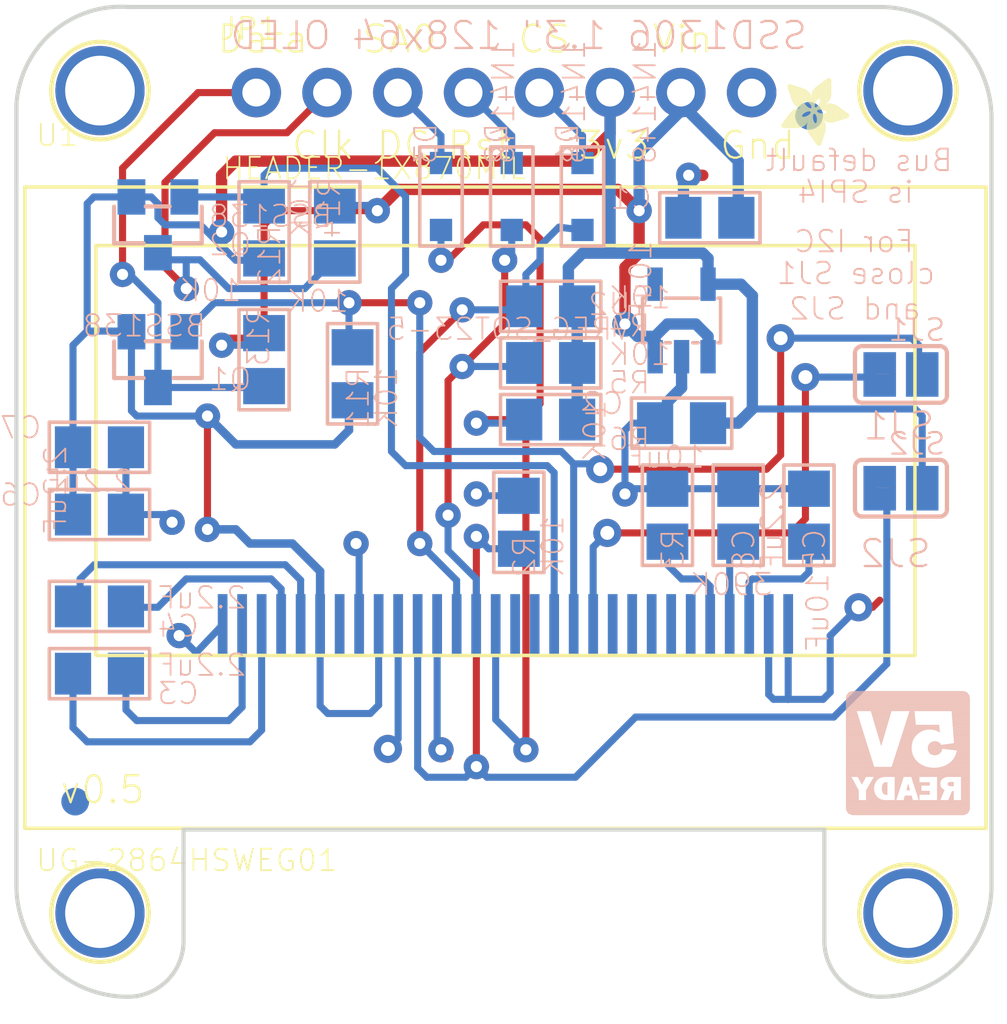
<source format=kicad_pcb>
(kicad_pcb (version 20171130) (host pcbnew "(5.0.0-rc2-dev-444-g2974a2c10)")
  (layers (0 Top signal) (31 Bottom signal) (34 B.Paste user) (35 F.Paste user) (36 B.SilkS user) (37 F.SilkS user) (38 B.Mask user) (39 F.Mask user) (44 Edge.Cuts user))
  (net 0 "")
  (net 1 GND)
  (net 2 VIN)
  (net 3 3.3V)
  (net 4 "Net-(C5-Pad2)")
  (net 5 "Net-(C8-Pad2)")
  (net 6 "Net-(R3-Pad2)")
  (net 7 "Net-(U1-Pad25)")
  (net 8 "Net-(U1-Pad24)")
  (net 9 "Net-(U1-Pad23)")
  (net 10 "Net-(U1-Pad22)")
  (net 11 "Net-(U1-Pad21)")
  (net 12 "Net-(SJ1-Pad2)")
  (net 13 /D1/MOSI/SDA1_3.3V)
  (net 14 /D0/SCLK/SCK_3.3V)
  (net 15 "Net-(U1-Pad17)")
  (net 16 "Net-(U1-Pad16)")
  (net 17 /DC/SA0_3.3V)
  (net 18 /RST_3.3V)
  (net 19 /CS_3.3V)
  (net 20 "Net-(R2-Pad2)")
  (net 21 "Net-(U1-Pad7)")
  (net 22 "Net-(C4-Pad1)")
  (net 23 "Net-(C4-Pad2)")
  (net 24 "Net-(C3-Pad1)")
  (net 25 "Net-(C3-Pad2)")
  (net 26 "Net-(U2-Pad4)")
  (net 27 /CS_5.0V)
  (net 28 /RST_5.0V)
  (net 29 /DC/SA0_5.0V)
  (net 30 /D1/MOSI/SDA_5.0V)
  (net 31 /D0/SCLK/SCK_5.0V)
  (module Adafruit_1.3_128x64_OLED:UG-2864HSWEG01_1.3_WRAPAROUND (layer Top) (at 148.5531 109.215762)
    (fp_text reference U1 (at -16.9 -16.9) (layer F.SilkS) (effects (font (size 0.77216 0.77216) (thickness 0.061772)) (justify left bottom)))
    (fp_text value UG-2864HSWEG01 (at -16.9 9.1) (layer F.SilkS) (effects (font (size 0.77216 0.77216) (thickness 0.061772)) (justify left bottom)))
    (pad 1 smd rect (at -10.15 0.2 90) (size 2.2 0.35) (layers Bottom B.Paste B.Mask) (net 1 GND))
    (pad 2 smd rect (at -9.45 0.2 90) (size 2.2 0.35) (layers Bottom B.Paste B.Mask) (net 25 "Net-(C3-Pad2)"))
    (pad 3 smd rect (at -8.75 0.2 90) (size 2.2 0.35) (layers Bottom B.Paste B.Mask) (net 24 "Net-(C3-Pad1)"))
    (pad 4 smd rect (at -8.05 0.2 90) (size 2.2 0.35) (layers Bottom B.Paste B.Mask) (net 23 "Net-(C4-Pad2)"))
    (pad 5 smd rect (at -7.35 0.2 90) (size 2.2 0.35) (layers Bottom B.Paste B.Mask) (net 22 "Net-(C4-Pad1)"))
    (pad 6 smd rect (at -6.65 0.2 90) (size 2.2 0.35) (layers Bottom B.Paste B.Mask) (net 3 3.3V))
    (pad 7 smd rect (at -5.95 0.2 90) (size 2.2 0.35) (layers Bottom B.Paste B.Mask) (net 21 "Net-(U1-Pad7)"))
    (pad 8 smd rect (at -5.25 0.2 90) (size 2.2 0.35) (layers Bottom B.Paste B.Mask) (net 1 GND))
    (pad 9 smd rect (at -4.55 0.2 90) (size 2.2 0.35) (layers Bottom B.Paste B.Mask) (net 3 3.3V))
    (pad 10 smd rect (at -3.85 0.2 90) (size 2.2 0.35) (layers Bottom B.Paste B.Mask) (net 1 GND))
    (pad 11 smd rect (at -3.15 0.2 90) (size 2.2 0.35) (layers Bottom B.Paste B.Mask) (net 20 "Net-(R2-Pad2)"))
    (pad 12 smd rect (at -2.45 0.2 90) (size 2.2 0.35) (layers Bottom B.Paste B.Mask) (net 1 GND))
    (pad 13 smd rect (at -1.75 0.2 90) (size 2.2 0.35) (layers Bottom B.Paste B.Mask) (net 19 /CS_3.3V))
    (pad 14 smd rect (at -1.05 0.2 90) (size 2.2 0.35) (layers Bottom B.Paste B.Mask) (net 18 /RST_3.3V))
    (pad 15 smd rect (at -0.35 0.2 90) (size 2.2 0.35) (layers Bottom B.Paste B.Mask) (net 17 /DC/SA0_3.3V))
    (pad 16 smd rect (at 0.35 0.2 90) (size 2.2 0.35) (layers Bottom B.Paste B.Mask) (net 16 "Net-(U1-Pad16)"))
    (pad 17 smd rect (at 1.05 0.2 90) (size 2.2 0.35) (layers Bottom B.Paste B.Mask) (net 15 "Net-(U1-Pad17)"))
    (pad 18 smd rect (at 1.75 0.2 90) (size 2.2 0.35) (layers Bottom B.Paste B.Mask) (net 14 /D0/SCLK/SCK_3.3V))
    (pad 19 smd rect (at 2.45 0.2 90) (size 2.2 0.35) (layers Bottom B.Paste B.Mask) (net 13 /D1/MOSI/SDA1_3.3V))
    (pad 20 smd rect (at 3.15 0.2 90) (size 2.2 0.35) (layers Bottom B.Paste B.Mask) (net 12 "Net-(SJ1-Pad2)"))
    (pad 21 smd rect (at 3.85 0.2 90) (size 2.2 0.35) (layers Bottom B.Paste B.Mask) (net 11 "Net-(U1-Pad21)"))
    (pad 22 smd rect (at 4.55 0.2 90) (size 2.2 0.35) (layers Bottom B.Paste B.Mask) (net 10 "Net-(U1-Pad22)"))
    (pad 23 smd rect (at 5.25 0.2 90) (size 2.2 0.35) (layers Bottom B.Paste B.Mask) (net 9 "Net-(U1-Pad23)"))
    (pad 24 smd rect (at 5.95 0.2 90) (size 2.2 0.35) (layers Bottom B.Paste B.Mask) (net 8 "Net-(U1-Pad24)"))
    (pad 25 smd rect (at 6.65 0.2 90) (size 2.2 0.35) (layers Bottom B.Paste B.Mask) (net 7 "Net-(U1-Pad25)"))
    (pad 26 smd rect (at 7.35 0.2 90) (size 2.2 0.35) (layers Bottom B.Paste B.Mask) (net 6 "Net-(R3-Pad2)"))
    (pad 27 smd rect (at 8.05 0.2 90) (size 2.2 0.35) (layers Bottom B.Paste B.Mask) (net 5 "Net-(C8-Pad2)"))
    (pad 28 smd rect (at 8.75 0.2 90) (size 2.2 0.35) (layers Bottom B.Paste B.Mask) (net 4 "Net-(C5-Pad2)"))
    (pad 29 smd rect (at 9.45 0.2 90) (size 2.2 0.35) (layers Bottom B.Paste B.Mask) (net 1 GND))
    (pad 30 smd rect (at 10.15 0.2 90) (size 2.2 0.35) (layers Bottom B.Paste B.Mask) (net 1 GND))
    (pad "" np_thru_hole circle (at -8 4.45) (size 0.4 0.4) (drill 0.4) (layers *.Cu))
    (pad "" np_thru_hole circle (at 8 4.45) (size 0.4 0.4) (drill 0.4) (layers *.Cu))
  )
  (module Adafruit_1.3_128x64_OLED:SOLDERJUMPER_REFLOW_NOPASTE (layer Bottom) (at 162.7511 100.437762 180)
    (fp_text reference SJ1 (at -1.651 1.143) (layer B.SilkS) (effects (font (size 0.77216 0.77216) (thickness 0.077216)) (justify left bottom mirror)))
    (fp_text value SOLDERJUMPERREFLOW_NOPASTE (at 0.4001 0) (layer B.SilkS) (effects (font (size 0.019 0.019) (thickness 0.00152)) (justify left bottom mirror)))
    (pad 2 smd rect (at 0.762 0 180) (size 1.1684 1.6002) (layers Bottom B.Mask) (net 12 "Net-(SJ1-Pad2)"))
    (pad 1 smd rect (at -0.762 0 180) (size 1.1684 1.6002) (layers Bottom B.Mask) (net 13 /D1/MOSI/SDA1_3.3V))
  )
  (module Adafruit_1.3_128x64_OLED:SOLDERJUMPER_REFLOW_NOPASTE (layer Bottom) (at 162.7511 104.517762 180)
    (fp_text reference SJ2 (at -1.651 1.143) (layer B.SilkS) (effects (font (size 0.77216 0.77216) (thickness 0.077216)) (justify left bottom mirror)))
    (fp_text value SOLDERJUMPERREFLOW_NOPASTE (at 0.4001 0) (layer B.SilkS) (effects (font (size 0.019 0.019) (thickness 0.00152)) (justify left bottom mirror)))
    (pad 2 smd rect (at 0.762 0 180) (size 1.1684 1.6002) (layers Bottom B.Mask) (net 20 "Net-(R2-Pad2)"))
    (pad 1 smd rect (at -0.762 0 180) (size 1.1684 1.6002) (layers Bottom B.Mask) (net 3 3.3V))
  )
  (module Adafruit_1.3_128x64_OLED:0805 (layer Bottom) (at 149.0351 105.739762 270)
    (fp_text reference R2 (at 2.032 0.254 90) (layer B.SilkS) (effects (font (size 0.77216 0.77216) (thickness 0.061772)) (justify right top mirror)))
    (fp_text value 10K (at 2.032 -0.762 90) (layer B.SilkS) (effects (font (size 0.77216 0.77216) (thickness 0.061772)) (justify right top mirror)))
    (pad 2 smd rect (at 0.95 0 270) (size 1.3 1.5) (layers Bottom B.Paste B.Mask) (net 20 "Net-(R2-Pad2)"))
    (pad 1 smd rect (at -0.95 0 270) (size 1.3 1.5) (layers Bottom B.Paste B.Mask) (net 1 GND))
  )
  (module Adafruit_1.3_128x64_OLED:SOT23-5 (layer Bottom) (at 154.8771 98.500762 180)
    (fp_text reference U2 (at 1.778 0.127) (layer B.SilkS) (effects (font (size 0.77216 0.77216) (thickness 0.061772)) (justify left bottom mirror)))
    (fp_text value VREG_SOT23-5 (at 1.778 -0.762) (layer B.SilkS) (effects (font (size 0.77216 0.77216) (thickness 0.061772)) (justify left bottom mirror)))
    (pad 5 smd rect (at -0.95 1.3001 180) (size 0.55 1.2) (layers Bottom B.Paste B.Mask) (net 3 3.3V))
    (pad 4 smd rect (at 0.95 1.3001 180) (size 0.55 1.2) (layers Bottom B.Paste B.Mask) (net 26 "Net-(U2-Pad4)"))
    (pad 3 smd rect (at 0.95 -1.3001 180) (size 0.55 1.2) (layers Bottom B.Paste B.Mask) (net 2 VIN))
    (pad 2 smd rect (at 0 -1.3001 180) (size 0.55 1.2) (layers Bottom B.Paste B.Mask) (net 1 GND))
    (pad 1 smd rect (at -0.95 -1.3001 180) (size 0.55 1.2) (layers Bottom B.Paste B.Mask) (net 2 VIN))
  )
  (module Adafruit_1.3_128x64_OLED:0805 (layer Bottom) (at 155.8931 94.817762 180)
    (fp_text reference C1 (at 2.032 0.254) (layer B.SilkS) (effects (font (size 0.77216 0.77216) (thickness 0.061772)) (justify left bottom mirror)))
    (fp_text value 10uF (at 2.032 -0.762 270) (layer B.SilkS) (effects (font (size 0.77216 0.77216) (thickness 0.061772)) (justify left bottom mirror)))
    (pad 2 smd rect (at 0.95 0 180) (size 1.3 1.5) (layers Bottom B.Paste B.Mask) (net 1 GND))
    (pad 1 smd rect (at -0.95 0 180) (size 1.3 1.5) (layers Bottom B.Paste B.Mask) (net 2 VIN))
  )
  (module Adafruit_1.3_128x64_OLED:0805 (layer Bottom) (at 154.8771 102.183762 180)
    (fp_text reference C2 (at 2.032 0.254) (layer B.SilkS) (effects (font (size 0.77216 0.77216) (thickness 0.061772)) (justify left bottom mirror)))
    (fp_text value 10uF (at 2.032 -0.762) (layer B.SilkS) (effects (font (size 0.77216 0.77216) (thickness 0.061772)) (justify right top mirror)))
    (pad 2 smd rect (at 0.95 0 180) (size 1.3 1.5) (layers Bottom B.Paste B.Mask) (net 1 GND))
    (pad 1 smd rect (at -0.95 0 180) (size 1.3 1.5) (layers Bottom B.Paste B.Mask) (net 3 3.3V))
  )
  (module Adafruit_1.3_128x64_OLED:SOD-323 (layer Bottom) (at 151.3211 94.055762 270)
    (fp_text reference D1 (at -1.1 1 90) (layer B.SilkS) (effects (font (size 0.77216 0.77216) (thickness 0.061772)) (justify right top mirror)))
    (fp_text value 1N4148 (at -1.1 -1.792 90) (layer B.SilkS) (effects (font (size 0.77216 0.77216) (thickness 0.061772)) (justify right top mirror)))
    (pad A smd rect (at 1.2 0 270) (size 0.8 0.8) (layers Bottom B.Paste B.Mask) (net 19 /CS_3.3V))
    (pad C smd rect (at -1.2 0 270) (size 0.8 0.8) (layers Bottom B.Paste B.Mask) (net 27 /CS_5.0V))
  )
  (module Adafruit_1.3_128x64_OLED:SOD-323 (layer Bottom) (at 148.7811 94.055762 270)
    (fp_text reference D2 (at -1.1 1 90) (layer B.SilkS) (effects (font (size 0.77216 0.77216) (thickness 0.061772)) (justify right top mirror)))
    (fp_text value 1N4148 (at -1.1 -1.792 90) (layer B.SilkS) (effects (font (size 0.77216 0.77216) (thickness 0.061772)) (justify right top mirror)))
    (pad A smd rect (at 1.2 0 270) (size 0.8 0.8) (layers Bottom B.Paste B.Mask) (net 18 /RST_3.3V))
    (pad C smd rect (at -1.2 0 270) (size 0.8 0.8) (layers Bottom B.Paste B.Mask) (net 28 /RST_5.0V))
  )
  (module Adafruit_1.3_128x64_OLED:SOD-323 (layer Bottom) (at 146.2411 94.055762 270)
    (fp_text reference D3 (at -1.1 1 90) (layer B.SilkS) (effects (font (size 0.77216 0.77216) (thickness 0.061772)) (justify right top mirror)))
    (fp_text value 1N4148 (at -1.1 -1.792 90) (layer B.SilkS) (effects (font (size 0.77216 0.77216) (thickness 0.061772)) (justify right top mirror)))
    (pad A smd rect (at 1.2 0 270) (size 0.8 0.8) (layers Bottom B.Paste B.Mask) (net 17 /DC/SA0_3.3V))
    (pad C smd rect (at -1.2 0 270) (size 0.8 0.8) (layers Bottom B.Paste B.Mask) (net 29 /DC/SA0_5.0V))
  )
  (module Adafruit_1.3_128x64_OLED:0805 (layer Bottom) (at 150.1781 97.992762)
    (fp_text reference R4 (at 2.032 0.254) (layer B.SilkS) (effects (font (size 0.77216 0.77216) (thickness 0.061772)) (justify right top mirror)))
    (fp_text value 10K (at 2.032 -0.762) (layer B.SilkS) (effects (font (size 0.77216 0.77216) (thickness 0.061772)) (justify right top mirror)))
    (pad 2 smd rect (at 0.95 0) (size 1.3 1.5) (layers Bottom B.Paste B.Mask) (net 3 3.3V))
    (pad 1 smd rect (at -0.95 0) (size 1.3 1.5) (layers Bottom B.Paste B.Mask) (net 19 /CS_3.3V))
  )
  (module Adafruit_1.3_128x64_OLED:0805 (layer Bottom) (at 150.1781 100.024762)
    (fp_text reference R5 (at 2.032 0.254) (layer B.SilkS) (effects (font (size 0.77216 0.77216) (thickness 0.061772)) (justify right top mirror)))
    (fp_text value 10K (at 2.032 -0.762) (layer B.SilkS) (effects (font (size 0.77216 0.77216) (thickness 0.061772)) (justify right top mirror)))
    (pad 2 smd rect (at 0.95 0) (size 1.3 1.5) (layers Bottom B.Paste B.Mask) (net 3 3.3V))
    (pad 1 smd rect (at -0.95 0) (size 1.3 1.5) (layers Bottom B.Paste B.Mask) (net 18 /RST_3.3V))
  )
  (module Adafruit_1.3_128x64_OLED:0805 (layer Bottom) (at 150.1781 102.056762)
    (fp_text reference R6 (at 2.032 0.254) (layer B.SilkS) (effects (font (size 0.77216 0.77216) (thickness 0.061772)) (justify right top mirror)))
    (fp_text value 10K (at 2.032 -0.762 -90) (layer B.SilkS) (effects (font (size 0.77216 0.77216) (thickness 0.061772)) (justify left bottom mirror)))
    (pad 2 smd rect (at 0.95 0) (size 1.3 1.5) (layers Bottom B.Paste B.Mask) (net 3 3.3V))
    (pad 1 smd rect (at -0.95 0) (size 1.3 1.5) (layers Bottom B.Paste B.Mask) (net 17 /DC/SA0_3.3V))
  )
  (module Adafruit_1.3_128x64_OLED:0805 (layer Bottom) (at 143.0661 100.413762 270)
    (fp_text reference R11 (at 2.032 0.254 90) (layer B.SilkS) (effects (font (size 0.77216 0.77216) (thickness 0.061772)) (justify right top mirror)))
    (fp_text value 10K (at 2.032 -0.762 90) (layer B.SilkS) (effects (font (size 0.77216 0.77216) (thickness 0.061772)) (justify right top mirror)))
    (pad 2 smd rect (at 0.95 0 270) (size 1.3 1.5) (layers Bottom B.Paste B.Mask) (net 3 3.3V))
    (pad 1 smd rect (at -0.95 0 270) (size 1.3 1.5) (layers Bottom B.Paste B.Mask) (net 13 /D1/MOSI/SDA1_3.3V))
  )
  (module Adafruit_1.3_128x64_OLED:0805 (layer Bottom) (at 139.8911 95.325762 270)
    (fp_text reference R12 (at 2.032 0.254 90) (layer B.SilkS) (effects (font (size 0.77216 0.77216) (thickness 0.061772)) (justify right top mirror)))
    (fp_text value 10K (at 2.032 -0.762 180) (layer B.SilkS) (effects (font (size 0.77216 0.77216) (thickness 0.061772)) (justify right top mirror)))
    (pad 2 smd rect (at 0.95 0 270) (size 1.3 1.5) (layers Bottom B.Paste B.Mask) (net 3 3.3V))
    (pad 1 smd rect (at -0.95 0 270) (size 1.3 1.5) (layers Bottom B.Paste B.Mask) (net 14 /D0/SCLK/SCK_3.3V))
  )
  (module Adafruit_1.3_128x64_OLED:0805 (layer Bottom) (at 139.8911 99.905762 90)
    (fp_text reference R13 (at 2.032 0.254 90) (layer B.SilkS) (effects (font (size 0.77216 0.77216) (thickness 0.061772)) (justify left bottom mirror)))
    (fp_text value 10K (at 2.032 -0.762 180) (layer B.SilkS) (effects (font (size 0.77216 0.77216) (thickness 0.061772)) (justify left bottom mirror)))
    (pad 2 smd rect (at 0.95 0 90) (size 1.3 1.5) (layers Bottom B.Paste B.Mask) (net 2 VIN))
    (pad 1 smd rect (at -0.95 0 90) (size 1.3 1.5) (layers Bottom B.Paste B.Mask) (net 30 /D1/MOSI/SDA_5.0V))
  )
  (module Adafruit_1.3_128x64_OLED:0805 (layer Bottom) (at 142.4311 95.325762 90)
    (fp_text reference R14 (at 2.032 0.254 90) (layer B.SilkS) (effects (font (size 0.77216 0.77216) (thickness 0.061772)) (justify left bottom mirror)))
    (fp_text value 10K (at 2.032 -0.762 90) (layer B.SilkS) (effects (font (size 0.77216 0.77216) (thickness 0.061772)) (justify left bottom mirror)))
    (pad 2 smd rect (at 0.95 0 90) (size 1.3 1.5) (layers Bottom B.Paste B.Mask) (net 2 VIN))
    (pad 1 smd rect (at -0.95 0 90) (size 1.3 1.5) (layers Bottom B.Paste B.Mask) (net 31 /D0/SCLK/SCK_5.0V))
  )
  (module Adafruit_1.3_128x64_OLED:SOT23-WIDE (layer Bottom) (at 136.0811 99.905762)
    (fp_text reference Q1 (at 1.778 0.254) (layer B.SilkS) (effects (font (size 0.77216 0.77216) (thickness 0.061772)) (justify right top mirror)))
    (fp_text value BSS138 (at 1.778 -0.762) (layer B.SilkS) (effects (font (size 0.77216 0.77216) (thickness 0.061772)) (justify left bottom mirror)))
    (pad 1 smd rect (at -0.95 -1) (size 1 1.27) (layers Bottom B.Paste B.Mask) (net 3 3.3V))
    (pad 2 smd rect (at 0.95 -1) (size 1 1.27) (layers Bottom B.Paste B.Mask) (net 13 /D1/MOSI/SDA1_3.3V))
    (pad 3 smd rect (at 0 1) (size 1 1.27) (layers Bottom B.Paste B.Mask) (net 30 /D1/MOSI/SDA_5.0V))
  )
  (module Adafruit_1.3_128x64_OLED:SOT23-WIDE (layer Bottom) (at 136.0811 95.071762)
    (fp_text reference Q2 (at 1.778 0.254) (layer B.SilkS) (effects (font (size 0.77216 0.77216) (thickness 0.061772)) (justify right top mirror)))
    (fp_text value BSS138 (at 1.778 -0.762) (layer B.SilkS) (effects (font (size 0.77216 0.77216) (thickness 0.061772)) (justify right top mirror)))
    (pad 1 smd rect (at -0.95 -1) (size 1 1.27) (layers Bottom B.Paste B.Mask) (net 3 3.3V))
    (pad 2 smd rect (at 0.95 -1) (size 1 1.27) (layers Bottom B.Paste B.Mask) (net 14 /D0/SCLK/SCK_3.3V))
    (pad 3 smd rect (at 0 1) (size 1 1.27) (layers Bottom B.Paste B.Mask) (net 31 /D0/SCLK/SCK_5.0V))
  )
  (module Adafruit_1.3_128x64_OLED:1X08_ROUND_70 (layer Top) (at 148.5011 90.327762)
    (fp_text reference JP1 (at -10.2362 -1.8288) (layer F.SilkS) (effects (font (size 0.77216 0.77216) (thickness 0.077216)) (justify left bottom)))
    (fp_text value HEADER-1X870MIL (at -10.16 3.175) (layer F.SilkS) (effects (font (size 0.77216 0.77216) (thickness 0.061772)) (justify left bottom)))
    (pad 8 thru_hole circle (at 8.89 0 90) (size 1.778 1.778) (drill 1) (layers *.Cu *.Mask) (net 1 GND))
    (pad 7 thru_hole circle (at 6.35 0 90) (size 1.778 1.778) (drill 1) (layers *.Cu *.Mask) (net 2 VIN))
    (pad 6 thru_hole circle (at 3.81 0 90) (size 1.778 1.778) (drill 1) (layers *.Cu *.Mask) (net 3 3.3V))
    (pad 5 thru_hole circle (at 1.27 0 90) (size 1.778 1.778) (drill 1) (layers *.Cu *.Mask) (net 27 /CS_5.0V))
    (pad 4 thru_hole circle (at -1.27 0 90) (size 1.778 1.778) (drill 1) (layers *.Cu *.Mask) (net 28 /RST_5.0V))
    (pad 3 thru_hole circle (at -3.81 0 90) (size 1.778 1.778) (drill 1) (layers *.Cu *.Mask) (net 29 /DC/SA0_5.0V))
    (pad 2 thru_hole circle (at -6.35 0 90) (size 1.778 1.778) (drill 1) (layers *.Cu *.Mask) (net 31 /D0/SCLK/SCK_5.0V))
    (pad 1 thru_hole circle (at -8.89 0 90) (size 1.778 1.778) (drill 1) (layers *.Cu *.Mask) (net 30 /D1/MOSI/SDA_5.0V))
  )
  (module Adafruit_1.3_128x64_OLED:0805 (layer Bottom) (at 154.3691 105.485762 270)
    (fp_text reference R3 (at 2.032 0.254 90) (layer B.SilkS) (effects (font (size 0.77216 0.77216) (thickness 0.061772)) (justify right top mirror)))
    (fp_text value 390K (at 2.032 -0.762 180) (layer B.SilkS) (effects (font (size 0.77216 0.77216) (thickness 0.061772)) (justify right top mirror)))
    (pad 2 smd rect (at 0.95 0 270) (size 1.3 1.5) (layers Bottom B.Paste B.Mask) (net 6 "Net-(R3-Pad2)"))
    (pad 1 smd rect (at -0.95 0 270) (size 1.3 1.5) (layers Bottom B.Paste B.Mask) (net 1 GND))
  )
  (module Adafruit_1.3_128x64_OLED:0805 (layer Bottom) (at 133.9831 111.169762)
    (fp_text reference C3 (at 2.032 0.254) (layer B.SilkS) (effects (font (size 0.77216 0.77216) (thickness 0.061772)) (justify right top mirror)))
    (fp_text value 2.2uF (at 2.032 -0.762) (layer B.SilkS) (effects (font (size 0.77216 0.77216) (thickness 0.061772)) (justify right top mirror)))
    (pad 2 smd rect (at 0.95 0) (size 1.3 1.5) (layers Bottom B.Paste B.Mask) (net 25 "Net-(C3-Pad2)"))
    (pad 1 smd rect (at -0.95 0) (size 1.3 1.5) (layers Bottom B.Paste B.Mask) (net 24 "Net-(C3-Pad1)"))
  )
  (module Adafruit_1.3_128x64_OLED:0805 (layer Bottom) (at 133.9831 108.756762)
    (fp_text reference C4 (at 2.032 0.254) (layer B.SilkS) (effects (font (size 0.77216 0.77216) (thickness 0.061772)) (justify right top mirror)))
    (fp_text value 2.2uF (at 2.032 -0.762) (layer B.SilkS) (effects (font (size 0.77216 0.77216) (thickness 0.061772)) (justify right top mirror)))
    (pad 2 smd rect (at 0.95 0) (size 1.3 1.5) (layers Bottom B.Paste B.Mask) (net 23 "Net-(C4-Pad2)"))
    (pad 1 smd rect (at -0.95 0) (size 1.3 1.5) (layers Bottom B.Paste B.Mask) (net 22 "Net-(C4-Pad1)"))
  )
  (module Adafruit_1.3_128x64_OLED:0805 (layer Bottom) (at 159.4491 105.485762 270)
    (fp_text reference C5 (at 2.032 0.254 90) (layer B.SilkS) (effects (font (size 0.77216 0.77216) (thickness 0.061772)) (justify right top mirror)))
    (fp_text value 10uF (at 2.032 -0.762 90) (layer B.SilkS) (effects (font (size 0.77216 0.77216) (thickness 0.061772)) (justify left bottom mirror)))
    (pad 2 smd rect (at 0.95 0 270) (size 1.3 1.5) (layers Bottom B.Paste B.Mask) (net 4 "Net-(C5-Pad2)"))
    (pad 1 smd rect (at -0.95 0 270) (size 1.3 1.5) (layers Bottom B.Paste B.Mask) (net 1 GND))
  )
  (module Adafruit_1.3_128x64_OLED:0805 (layer Bottom) (at 133.9831 103.049762 180)
    (fp_text reference C7 (at 2.032 0.254) (layer B.SilkS) (effects (font (size 0.77216 0.77216) (thickness 0.061772)) (justify left bottom mirror)))
    (fp_text value 2.2uF (at 2.032 -0.762) (layer B.SilkS) (effects (font (size 0.77216 0.77216) (thickness 0.061772)) (justify right top mirror)))
    (pad 2 smd rect (at 0.95 0 180) (size 1.3 1.5) (layers Bottom B.Paste B.Mask) (net 3 3.3V))
    (pad 1 smd rect (at -0.95 0 180) (size 1.3 1.5) (layers Bottom B.Paste B.Mask) (net 1 GND))
  )
  (module Adafruit_1.3_128x64_OLED:0805 (layer Bottom) (at 156.9091 105.485762 270)
    (fp_text reference C8 (at 2.032 0.254 90) (layer B.SilkS) (effects (font (size 0.77216 0.77216) (thickness 0.061772)) (justify right top mirror)))
    (fp_text value 2.2uF (at 2.032 -0.762 90) (layer B.SilkS) (effects (font (size 0.77216 0.77216) (thickness 0.061772)) (justify right top mirror)))
    (pad 2 smd rect (at 0.95 0 270) (size 1.3 1.5) (layers Bottom B.Paste B.Mask) (net 5 "Net-(C8-Pad2)"))
    (pad 1 smd rect (at -0.95 0 270) (size 1.3 1.5) (layers Bottom B.Paste B.Mask) (net 1 GND))
  )
  (module Adafruit_1.3_128x64_OLED:0805 (layer Bottom) (at 133.9831 105.462762 180)
    (fp_text reference C6 (at 2.032 0.254) (layer B.SilkS) (effects (font (size 0.77216 0.77216) (thickness 0.061772)) (justify left bottom mirror)))
    (fp_text value 2.2uF (at 2.032 -0.762 270) (layer B.SilkS) (effects (font (size 0.77216 0.77216) (thickness 0.061772)) (justify right top mirror)))
    (pad 2 smd rect (at 0.95 0 180) (size 1.3 1.5) (layers Bottom B.Paste B.Mask) (net 3 3.3V))
    (pad 1 smd rect (at -0.95 0 180) (size 1.3 1.5) (layers Bottom B.Paste B.Mask) (net 1 GND))
  )
  (module Adafruit_1.3_128x64_OLED:FIDUCIAL_1MM (layer Bottom) (at 159.4531 91.161762 180)
    (fp_text reference FID1 hide)
    (fp_text value FIDUCIAL"" hide)
    (pad 1 smd roundrect (at 0 0 180) (size 1 1) (layers Bottom B.Mask) (roundrect_rratio 0.5))
  )
  (module Adafruit_1.3_128x64_OLED:FIDUCIAL_1MM (layer Bottom) (at 133.1121 115.757762 180)
    (fp_text reference FID2 hide)
    (fp_text value FIDUCIAL"" hide)
    (pad 1 smd roundrect (at 0 0 180) (size 1 1) (layers Bottom B.Mask) (roundrect_rratio 0.5))
  )
  (module Adafruit_1.3_128x64_OLED:MOUNTINGHOLE_2.5_PLATED (layer Top) (at 163.0011 90.257762)
    (fp_text reference U$23 hide)
    (fp_text value MOUNTINGHOLE2.5 hide)
    (pad P$1 thru_hole circle (at 0 0) (size 3.2 3.2) (drill 2.5) (layers *.Cu *.Mask))
  )
  (module Adafruit_1.3_128x64_OLED:MOUNTINGHOLE_2.5_PLATED (layer Top) (at 134.0011 119.757762)
    (fp_text reference U$24 hide)
    (fp_text value MOUNTINGHOLE2.5 hide)
    (pad P$1 thru_hole circle (at 0 0) (size 3.2 3.2) (drill 2.5) (layers *.Cu *.Mask))
  )
  (module Adafruit_1.3_128x64_OLED:MOUNTINGHOLE_2.5_PLATED (layer Top) (at 163.0011 119.757762)
    (fp_text reference U$25 hide)
    (fp_text value MOUNTINGHOLE2.5 hide)
    (pad P$1 thru_hole circle (at 0 0) (size 3.2 3.2) (drill 2.5) (layers *.Cu *.Mask))
  )
  (module Adafruit_1.3_128x64_OLED:MOUNTINGHOLE_2.5_PLATED (layer Top) (at 134.0011 90.257762)
    (fp_text reference U$26 hide)
    (fp_text value MOUNTINGHOLE2.5 hide)
    (pad P$1 thru_hole circle (at 0 0) (size 3.2 3.2) (drill 2.5) (layers *.Cu *.Mask))
  )
  (module Adafruit_1.3_128x64_OLED:ADAFRUIT_2.5MM (layer Top) (at 158.4611 89.805762 270)
    (fp_text reference U$27 hide)
    (fp_text value "" hide)
  )
  (module Adafruit_1.3_128x64_OLED:LOGIC_5VREADY_5MM (layer Bottom) (at 165.5011 116.507762 180)
    (fp_text reference U$28 hide)
    (fp_text value "" hide)
  )
  (gr_line (start 131.0011 118.757762) (end 131.0011 90.757762) (layer Edge.Cuts) (width 0.15))
  (gr_arc (start 134.7511 91.007762) (end 131.0011 90.757762) (angle 90) (layer Edge.Cuts) (width 0.15))
  (gr_line (start 135.0011 87.257762) (end 162.0011 87.257762) (layer Edge.Cuts) (width 0.15))
  (gr_arc (start 162.0011 91.257762) (end 162.0011 87.257762) (angle 90) (layer Edge.Cuts) (width 0.15))
  (gr_line (start 166.0011 91.257762) (end 166.0011 118.757762) (layer Edge.Cuts) (width 0.15))
  (gr_arc (start 162.0011 118.757762) (end 166.0011 118.757762) (angle 90) (layer Edge.Cuts) (width 0.15))
  (gr_arc (start 135.0011 118.757762) (end 135.0011 122.757762) (angle 90) (layer Edge.Cuts) (width 0.15))
  (gr_line (start 160.0011 116.757762) (end 137.0011 116.757762) (layer Edge.Cuts) (width 0.15))
  (gr_line (start 137.0011 120.757762) (end 137.0011 116.757762) (layer Edge.Cuts) (width 0.15))
  (gr_line (start 160.0011 116.757762) (end 160.0011 120.757762) (layer Edge.Cuts) (width 0.15))
  (gr_arc (start 135.0011 120.757762) (end 135.0011 122.757762) (angle -90) (layer Edge.Cuts) (width 0.15))
  (gr_arc (start 162.0011 120.757762) (end 162.0011 122.757762) (angle 90) (layer Edge.Cuts) (width 0.15))
  (gr_text Gnd (at 156.1951 92.785762) (layer F.SilkS) (effects (font (size 0.9652 0.9652) (thickness 0.08128)) (justify left bottom)))
  (gr_text Vin (at 153.7821 88.975762) (layer F.SilkS) (effects (font (size 0.9652 0.9652) (thickness 0.08128)) (justify left bottom)))
  (gr_text 3v3 (at 151.1151 92.785762) (layer F.SilkS) (effects (font (size 0.9652 0.9652) (thickness 0.08128)) (justify left bottom)))
  (gr_text CS (at 148.9561 88.975762) (layer F.SilkS) (effects (font (size 0.9652 0.9652) (thickness 0.08128)) (justify left bottom)))
  (gr_text Rst (at 146.4161 92.785762) (layer F.SilkS) (effects (font (size 0.9652 0.9652) (thickness 0.08128)) (justify left bottom)))
  (gr_text SA0 (at 143.3681 88.975762) (layer F.SilkS) (effects (font (size 0.9652 0.9652) (thickness 0.08128)) (justify left bottom)))
  (gr_text Clk (at 140.8281 92.785762) (layer F.SilkS) (effects (font (size 0.9652 0.9652) (thickness 0.08128)) (justify left bottom)))
  (gr_text Data (at 138.1611 88.975762) (layer F.SilkS) (effects (font (size 0.9652 0.9652) (thickness 0.08128)) (justify left bottom)))
  (gr_text SJ1 (at 164.0211 102.850762) (layer B.SilkS) (effects (font (size 0.9652 0.9652) (thickness 0.08128)) (justify left bottom mirror)))
  (gr_text SJ2 (at 163.8941 107.430762) (layer B.SilkS) (effects (font (size 0.9652 0.9652) (thickness 0.08128)) (justify left bottom mirror)))
  (gr_text "SSD1306 1.3\" 128x64 OLED" (at 159.4491 88.848762) (layer B.SilkS) (effects (font (size 0.9652 0.9652) (thickness 0.08128)) (justify left bottom mirror)))
  (gr_text "Bus default" (at 164.6561 93.206762) (layer B.SilkS) (effects (font (size 0.77216 0.77216) (thickness 0.065024)) (justify left bottom mirror)))
  (gr_text "is SPI4" (at 163.2591 94.349762) (layer B.SilkS) (effects (font (size 0.77216 0.77216) (thickness 0.065024)) (justify left bottom mirror)))
  (gr_text "For I2C" (at 163.2591 96.119762) (layer B.SilkS) (effects (font (size 0.77216 0.77216) (thickness 0.065024)) (justify left bottom mirror)))
  (gr_text "close SJ1" (at 164.0211 97.262762) (layer B.SilkS) (effects (font (size 0.77216 0.77216) (thickness 0.065024)) (justify left bottom mirror)))
  (gr_text v0.5 (at 132.5251 115.899762) (layer F.SilkS) (effects (font (size 0.9652 0.9652) (thickness 0.08128)) (justify left bottom)))
  (gr_text "and SJ2" (at 163.5131 98.532762) (layer B.SilkS) (effects (font (size 0.77216 0.77216) (thickness 0.065024)) (justify left bottom mirror)))
  (gr_text DC (at 143.8761 92.785762) (layer F.SilkS) (effects (font (size 0.9652 0.9652) (thickness 0.08128)) (justify left bottom)))
  (segment (start 144.9711 103.707762) (end 144.4631 103.199762) (width 0.254) (layer Bottom) (net 14))
  (segment (start 143.9551 93.039762) (end 140.1451 93.039762) (width 0.254) (layer Bottom) (net 14))
  (segment (start 140.1451 93.039762) (end 139.8911 93.293762) (width 0.254) (layer Bottom) (net 14))
  (segment (start 139.8911 93.293762) (end 139.8911 94.375762) (width 0.254) (layer Bottom) (net 14))
  (segment (start 150.3031 109.415762) (end 150.3031 103.959762) (width 0.254) (layer Bottom) (net 14))
  (segment (start 150.3031 103.959762) (end 150.0511 103.707762) (width 0.254) (layer Bottom) (net 14))
  (segment (start 150.0511 103.707762) (end 144.9711 103.707762) (width 0.254) (layer Bottom) (net 14))
  (segment (start 139.8911 94.375762) (end 139.8411 94.325762) (width 0.254) (layer Bottom) (net 14))
  (segment (start 139.5871 94.071762) (end 137.0311 94.071762) (width 0.254) (layer Bottom) (net 14))
  (segment (start 139.8911 94.375762) (end 139.5871 94.071762) (width 0.254) (layer Bottom) (net 14))
  (segment (start 144.9711 94.055762) (end 143.9551 93.039762) (width 0.254) (layer Bottom) (net 14))
  (segment (start 144.9711 96.849762) (end 144.9711 94.055762) (width 0.254) (layer Bottom) (net 14))
  (segment (start 144.4631 97.357762) (end 144.9711 96.849762) (width 0.254) (layer Bottom) (net 14))
  (segment (start 144.4631 103.199762) (end 144.4631 97.357762) (width 0.254) (layer Bottom) (net 14))
  (segment (start 151.0031 103.643762) (end 151.0031 109.415762) (width 0.254) (layer Bottom) (net 13))
  (segment (start 150.5591 103.199762) (end 151.0031 103.643762) (width 0.254) (layer Bottom) (net 13))
  (segment (start 145.9871 103.199762) (end 150.5591 103.199762) (width 0.254) (layer Bottom) (net 13))
  (segment (start 145.4791 102.691762) (end 145.9871 103.199762) (width 0.254) (layer Bottom) (net 13))
  (segment (start 145.4791 97.865762) (end 145.4791 102.691762) (width 0.254) (layer Bottom) (net 13))
  (segment (start 142.9391 97.865762) (end 145.4791 97.865762) (width 0.254) (layer Top) (net 13))
  (segment (start 142.9391 97.865762) (end 142.9391 98.828762) (width 0.254) (layer Bottom) (net 13))
  (segment (start 142.9391 98.828762) (end 143.0661 99.463762) (width 0.254) (layer Bottom) (net 13))
  (segment (start 137.0311 98.905762) (end 137.0731 98.905762) (width 0.254) (layer Bottom) (net 13))
  (segment (start 137.0731 98.905762) (end 138.1131 97.865762) (width 0.254) (layer Bottom) (net 13))
  (segment (start 138.1131 97.865762) (end 142.9391 97.865762) (width 0.254) (layer Bottom) (net 13))
  (segment (start 151.0031 103.643762) (end 151.7651 103.643762) (width 0.254) (layer Bottom) (net 13))
  (segment (start 151.7651 103.643762) (end 151.9561 103.834762) (width 0.254) (layer Bottom) (net 13))
  (segment (start 151.9561 103.834762) (end 157.9251 103.834762) (width 0.254) (layer Top) (net 13))
  (segment (start 157.9251 103.834762) (end 158.4331 103.326762) (width 0.254) (layer Top) (net 13))
  (segment (start 158.4331 103.326762) (end 158.4331 99.135762) (width 0.254) (layer Top) (net 13))
  (segment (start 158.4331 99.135762) (end 163.1321 99.135762) (width 0.254) (layer Bottom) (net 13))
  (segment (start 163.1321 99.135762) (end 163.3861 99.389762) (width 0.254) (layer Bottom) (net 13))
  (segment (start 163.3861 99.389762) (end 163.3861 100.310762) (width 0.254) (layer Bottom) (net 13))
  (segment (start 163.3861 100.310762) (end 163.5131 100.437762) (width 0.254) (layer Bottom) (net 13))
  (via (at 145.4791 97.865762) (size 0.908) (drill 0.4) (layers Top Bottom) (net 13))
  (via (at 142.9391 97.865762) (size 0.908) (drill 0.4) (layers Top Bottom) (net 13))
  (via (at 151.9561 103.834762) (size 1.008) (drill 0.5) (layers Top Bottom) (net 13))
  (via (at 158.4331 99.135762) (size 1.008) (drill 0.5) (layers Top Bottom) (net 13))
  (segment (start 136.8431 109.803762) (end 136.8431 110.057762) (width 0.254) (layer Top) (net 1))
  (segment (start 143.3031 109.415762) (end 143.3031 106.611762) (width 0.254) (layer Bottom) (net 1))
  (segment (start 143.3031 106.611762) (end 143.1931 106.501762) (width 0.254) (layer Bottom) (net 1))
  (segment (start 143.1931 106.501762) (end 143.1931 106.247762) (width 0.254) (layer Top) (net 1))
  (segment (start 134.9331 105.462762) (end 134.9331 103.049762) (width 0.254) (layer Bottom) (net 1))
  (segment (start 134.9331 105.462762) (end 136.3121 105.462762) (width 0.254) (layer Bottom) (net 1))
  (segment (start 136.3121 105.462762) (end 136.5891 105.739762) (width 0.254) (layer Bottom) (net 1))
  (segment (start 136.5891 105.739762) (end 136.8431 105.739762) (width 0.254) (layer Top) (net 1))
  (segment (start 154.3691 104.535762) (end 156.9091 104.535762) (width 0.254) (layer Bottom) (net 1))
  (segment (start 156.9091 104.535762) (end 159.4491 104.535762) (width 0.254) (layer Bottom) (net 1))
  (segment (start 153.0381 104.535762) (end 154.3691 104.535762) (width 0.254) (layer Bottom) (net 1))
  (segment (start 152.8451 104.723762) (end 153.0381 104.535762) (width 0.254) (layer Bottom) (net 1))
  (segment (start 152.8451 104.723762) (end 152.8451 104.469762) (width 0.254) (layer Top) (net 1))
  (segment (start 153.0991 102.183762) (end 153.9271 102.183762) (width 0.254) (layer Bottom) (net 1))
  (segment (start 152.8451 102.437762) (end 153.0991 102.183762) (width 0.254) (layer Bottom) (net 1))
  (segment (start 152.8451 104.723762) (end 152.8451 102.437762) (width 0.254) (layer Bottom) (net 1))
  (segment (start 147.5771 104.789762) (end 149.0351 104.789762) (width 0.254) (layer Bottom) (net 1))
  (segment (start 147.5111 104.723762) (end 147.5771 104.789762) (width 0.254) (layer Bottom) (net 1))
  (segment (start 147.5111 104.723762) (end 147.5111 104.469762) (width 0.254) (layer Top) (net 1))
  (segment (start 154.8771 100.913762) (end 154.8771 99.800862) (width 0.4064) (layer Bottom) (net 1))
  (segment (start 154.3691 101.421762) (end 154.8771 100.913762) (width 0.4064) (layer Bottom) (net 1))
  (segment (start 154.3691 101.741762) (end 154.3691 101.421762) (width 0.4064) (layer Bottom) (net 1))
  (segment (start 153.9271 102.183762) (end 154.3691 101.741762) (width 0.4064) (layer Bottom) (net 1))
  (segment (start 154.9431 94.817762) (end 154.9431 93.481762) (width 0.4064) (layer Bottom) (net 1))
  (segment (start 154.9431 93.481762) (end 155.1311 93.293762) (width 0.4064) (layer Bottom) (net 1))
  (segment (start 155.1311 93.293762) (end 155.6391 93.293762) (width 0.4064) (layer Top) (net 1))
  (segment (start 146.1031 113.759762) (end 146.1031 109.415762) (width 0.254) (layer Bottom) (net 1))
  (segment (start 146.1031 113.759762) (end 146.2411 113.897762) (width 0.254) (layer Bottom) (net 1))
  (segment (start 146.2411 113.897762) (end 146.4951 114.151762) (width 0.254) (layer Top) (net 1))
  (segment (start 138.4031 109.415762) (end 137.4551 110.415762) (width 0.254) (layer Bottom) (net 1))
  (segment (start 137.4551 110.415762) (end 136.8431 109.803762) (width 0.254) (layer Bottom) (net 1))
  (segment (start 158.0031 109.415762) (end 158.0031 111.913762) (width 0.254) (layer Bottom) (net 1))
  (segment (start 158.0031 111.913762) (end 158.1791 112.089762) (width 0.254) (layer Bottom) (net 1))
  (segment (start 158.1791 112.089762) (end 158.6871 112.089762) (width 0.254) (layer Bottom) (net 1))
  (segment (start 158.6871 112.089762) (end 159.9571 112.089762) (width 0.254) (layer Bottom) (net 1))
  (segment (start 159.9571 112.089762) (end 160.2111 111.835762) (width 0.254) (layer Bottom) (net 1))
  (segment (start 160.2111 111.835762) (end 160.2111 109.803762) (width 0.254) (layer Bottom) (net 1))
  (segment (start 160.2111 109.803762) (end 161.2271 108.787762) (width 0.254) (layer Bottom) (net 1))
  (segment (start 161.2271 108.787762) (end 161.7351 108.787762) (width 0.254) (layer Top) (net 1))
  (segment (start 161.7351 108.787762) (end 161.9891 108.533762) (width 0.254) (layer Top) (net 1))
  (segment (start 158.7031 112.073762) (end 158.7031 109.415762) (width 0.254) (layer Bottom) (net 1))
  (segment (start 158.6871 112.089762) (end 158.7031 112.073762) (width 0.254) (layer Bottom) (net 1))
  (segment (start 144.7031 113.500762) (end 144.7031 109.415762) (width 0.254) (layer Bottom) (net 1))
  (segment (start 144.3361 113.867762) (end 144.7031 113.500762) (width 0.254) (layer Bottom) (net 1))
  (segment (start 144.3361 113.867762) (end 144.0821 113.867762) (width 0.254) (layer Top) (net 1))
  (via (at 136.8431 109.803762) (size 0.908) (drill 0.4) (layers Top Bottom) (net 1))
  (via (at 143.1931 106.501762) (size 0.908) (drill 0.4) (layers Top Bottom) (net 1))
  (via (at 136.5891 105.739762) (size 0.908) (drill 0.4) (layers Top Bottom) (net 1))
  (via (at 152.8451 104.723762) (size 0.908) (drill 0.4) (layers Top Bottom) (net 1))
  (via (at 147.5111 104.723762) (size 0.908) (drill 0.4) (layers Top Bottom) (net 1))
  (via (at 155.1311 93.293762) (size 0.908) (drill 0.4) (layers Top Bottom) (net 1))
  (via (at 146.2411 113.897762) (size 0.908) (drill 0.4) (layers Top Bottom) (net 1))
  (via (at 161.2271 108.787762) (size 1.008) (drill 0.5) (layers Top Bottom) (net 1))
  (via (at 144.3361 113.867762) (size 1.008) (drill 0.5) (layers Top Bottom) (net 1))
  (segment (start 155.8271 99.069762) (end 155.8271 99.800862) (width 0.4064) (layer Bottom) (net 2))
  (segment (start 155.3851 98.627762) (end 155.8271 99.069762) (width 0.4064) (layer Bottom) (net 2))
  (segment (start 154.3691 98.627762) (end 155.3851 98.627762) (width 0.4064) (layer Bottom) (net 2))
  (segment (start 153.9271 99.069762) (end 153.9271 99.800862) (width 0.4064) (layer Bottom) (net 2))
  (segment (start 153.9271 99.069762) (end 154.3691 98.627762) (width 0.4064) (layer Bottom) (net 2))
  (segment (start 154.8511 90.981762) (end 154.8511 90.327762) (width 0.4064) (layer Bottom) (net 2))
  (segment (start 154.8511 90.981762) (end 154.8771 90.753762) (width 0.4064) (layer Bottom) (net 2))
  (segment (start 154.8771 90.753762) (end 156.9091 92.785762) (width 0.4064) (layer Bottom) (net 2))
  (segment (start 156.9091 92.785762) (end 156.9091 94.751762) (width 0.4064) (layer Bottom) (net 2))
  (segment (start 156.9091 94.751762) (end 156.8431 94.817762) (width 0.4064) (layer Bottom) (net 2))
  (segment (start 153.2871 99.069762) (end 153.9271 99.069762) (width 0.4064) (layer Bottom) (net 2))
  (segment (start 152.8451 98.627762) (end 153.2871 99.069762) (width 0.4064) (layer Bottom) (net 2))
  (segment (start 144.0211 94.375762) (end 142.4311 94.375762) (width 0.254) (layer Bottom) (net 2))
  (segment (start 143.9551 94.563762) (end 144.0211 94.375762) (width 0.254) (layer Bottom) (net 2))
  (segment (start 140.3991 94.563762) (end 143.9551 94.563762) (width 0.254) (layer Top) (net 2))
  (segment (start 139.8911 95.071762) (end 140.3991 94.563762) (width 0.254) (layer Top) (net 2))
  (segment (start 139.8911 98.627762) (end 139.8911 95.071762) (width 0.254) (layer Top) (net 2))
  (segment (start 139.3831 99.135762) (end 139.8911 98.627762) (width 0.254) (layer Top) (net 2))
  (segment (start 138.6211 99.135762) (end 139.3831 99.135762) (width 0.254) (layer Top) (net 2))
  (segment (start 138.3671 99.389762) (end 138.6211 99.135762) (width 0.254) (layer Top) (net 2))
  (segment (start 138.3671 99.389762) (end 139.4571 99.389762) (width 0.254) (layer Bottom) (net 2))
  (segment (start 139.4571 99.389762) (end 139.8911 98.955762) (width 0.254) (layer Bottom) (net 2))
  (segment (start 153.3531 96.087762) (end 152.8451 96.595762) (width 0.4064) (layer Top) (net 2))
  (segment (start 152.8451 96.595762) (end 152.8451 98.627762) (width 0.4064) (layer Top) (net 2))
  (segment (start 153.3531 94.563762) (end 153.3531 92.479762) (width 0.4064) (layer Bottom) (net 2))
  (segment (start 153.3531 92.479762) (end 154.8511 90.981762) (width 0.4064) (layer Bottom) (net 2))
  (segment (start 152.5911 93.801762) (end 153.3531 94.563762) (width 0.4064) (layer Top) (net 2))
  (segment (start 144.7171 93.801762) (end 152.5911 93.801762) (width 0.4064) (layer Top) (net 2))
  (segment (start 143.9551 94.563762) (end 144.7171 93.801762) (width 0.4064) (layer Top) (net 2))
  (segment (start 153.3531 94.563762) (end 153.3531 96.087762) (width 0.4064) (layer Top) (net 2))
  (via (at 152.8451 98.627762) (size 0.908) (drill 0.4) (layers Top Bottom) (net 2))
  (via (at 153.3531 94.563762) (size 0.908) (drill 0.4) (layers Top Bottom) (net 2))
  (via (at 143.9551 94.563762) (size 0.908) (drill 0.4) (layers Top Bottom) (net 2))
  (via (at 138.3671 99.389762) (size 0.908) (drill 0.4) (layers Top Bottom) (net 2))
  (segment (start 133.0331 105.462762) (end 133.0331 103.049762) (width 0.254) (layer Bottom) (net 3))
  (segment (start 133.0331 103.049762) (end 133.0331 99.389762) (width 0.254) (layer Bottom) (net 3))
  (segment (start 133.0331 99.389762) (end 133.5411 98.881762) (width 0.254) (layer Bottom) (net 3))
  (segment (start 133.5411 98.881762) (end 135.1071 98.881762) (width 0.254) (layer Bottom) (net 3))
  (segment (start 135.1071 98.881762) (end 135.1311 98.905762) (width 0.254) (layer Bottom) (net 3))
  (segment (start 135.8431 94.071762) (end 136.0811 94.309762) (width 0.254) (layer Bottom) (net 3))
  (segment (start 136.0811 94.309762) (end 136.0811 94.817762) (width 0.254) (layer Bottom) (net 3))
  (segment (start 136.0811 94.817762) (end 136.3351 95.071762) (width 0.254) (layer Bottom) (net 3))
  (segment (start 136.3351 95.071762) (end 137.6051 95.071762) (width 0.254) (layer Bottom) (net 3))
  (segment (start 137.6051 95.071762) (end 138.3671 95.833762) (width 0.254) (layer Bottom) (net 3))
  (segment (start 138.3671 95.833762) (end 138.8751 96.341762) (width 0.254) (layer Bottom) (net 3))
  (segment (start 138.8751 96.341762) (end 139.8251 96.341762) (width 0.254) (layer Bottom) (net 3))
  (segment (start 139.8251 96.341762) (end 139.8911 96.275762) (width 0.254) (layer Bottom) (net 3))
  (segment (start 151.1281 97.992762) (end 151.1281 100.024762) (width 0.4064) (layer Bottom) (net 3))
  (segment (start 151.1281 100.024762) (end 151.1281 102.056762) (width 0.4064) (layer Bottom) (net 3))
  (segment (start 155.8271 97.200662) (end 157.006 97.200662) (width 0.4064) (layer Bottom) (net 3))
  (segment (start 157.006 97.200662) (end 157.4171 97.611762) (width 0.4064) (layer Bottom) (net 3))
  (segment (start 157.4171 97.611762) (end 157.4171 101.675762) (width 0.4064) (layer Bottom) (net 3))
  (segment (start 157.4171 101.675762) (end 156.9091 102.183762) (width 0.4064) (layer Bottom) (net 3))
  (segment (start 156.9091 102.183762) (end 155.8271 102.183762) (width 0.4064) (layer Bottom) (net 3))
  (segment (start 155.8271 96.275762) (end 155.8271 97.200662) (width 0.4064) (layer Bottom) (net 3))
  (segment (start 155.6391 96.087762) (end 155.8271 96.275762) (width 0.4064) (layer Bottom) (net 3))
  (segment (start 151.3211 96.087762) (end 150.8131 96.595762) (width 0.4064) (layer Bottom) (net 3))
  (segment (start 150.8131 96.595762) (end 150.8131 97.931762) (width 0.4064) (layer Bottom) (net 3))
  (segment (start 150.8131 97.931762) (end 151.1281 97.992762) (width 0.4064) (layer Bottom) (net 3))
  (segment (start 157.4171 101.675762) (end 163.2591 101.675762) (width 0.254) (layer Bottom) (net 3))
  (segment (start 163.2591 101.675762) (end 163.5131 101.929762) (width 0.254) (layer Bottom) (net 3))
  (segment (start 163.5131 101.929762) (end 163.5131 104.517762) (width 0.254) (layer Bottom) (net 3))
  (segment (start 141.9031 107.497762) (end 141.9031 109.415762) (width 0.3048) (layer Bottom) (net 3))
  (segment (start 140.9071 106.501762) (end 141.9031 107.497762) (width 0.3048) (layer Bottom) (net 3))
  (segment (start 139.3831 106.501762) (end 140.9071 106.501762) (width 0.3048) (layer Bottom) (net 3))
  (segment (start 138.8751 105.993762) (end 139.3831 106.501762) (width 0.3048) (layer Bottom) (net 3))
  (segment (start 142.4311 102.945762) (end 142.9391 102.437762) (width 0.3048) (layer Bottom) (net 3))
  (segment (start 142.9391 102.437762) (end 142.9391 101.490762) (width 0.3048) (layer Bottom) (net 3))
  (segment (start 142.9391 101.490762) (end 143.0661 101.363762) (width 0.3048) (layer Bottom) (net 3))
  (segment (start 135.1311 98.905762) (end 135.1311 101.741762) (width 0.254) (layer Bottom) (net 3))
  (segment (start 135.1311 101.741762) (end 135.3191 101.929762) (width 0.254) (layer Bottom) (net 3))
  (segment (start 135.3191 101.929762) (end 137.8591 101.929762) (width 0.254) (layer Bottom) (net 3))
  (segment (start 133.7791 94.071762) (end 135.1311 94.071762) (width 0.254) (layer Bottom) (net 3))
  (segment (start 133.5411 94.309762) (end 133.7791 94.071762) (width 0.254) (layer Bottom) (net 3))
  (segment (start 133.5411 98.881762) (end 133.5411 94.309762) (width 0.254) (layer Bottom) (net 3))
  (segment (start 135.1311 94.071762) (end 135.8431 94.071762) (width 0.254) (layer Bottom) (net 3))
  (segment (start 152.3111 91.795762) (end 152.3111 90.327762) (width 0.4064) (layer Top) (net 3))
  (segment (start 151.3211 92.785762) (end 152.3111 91.795762) (width 0.4064) (layer Top) (net 3))
  (segment (start 138.8751 92.785762) (end 151.3211 92.785762) (width 0.4064) (layer Top) (net 3))
  (segment (start 138.3671 93.293762) (end 138.8751 92.785762) (width 0.4064) (layer Top) (net 3))
  (segment (start 138.3671 95.325762) (end 138.3671 93.293762) (width 0.4064) (layer Top) (net 3))
  (segment (start 138.3671 95.833762) (end 138.3671 95.325762) (width 0.4064) (layer Bottom) (net 3))
  (segment (start 152.3111 90.327762) (end 152.3111 96.061762) (width 0.4064) (layer Bottom) (net 3))
  (segment (start 152.2851 96.087762) (end 151.3211 96.087762) (width 0.4064) (layer Bottom) (net 3))
  (segment (start 152.3111 96.061762) (end 152.2851 96.087762) (width 0.4064) (layer Bottom) (net 3))
  (segment (start 152.3371 96.087762) (end 155.6391 96.087762) (width 0.4064) (layer Bottom) (net 3))
  (segment (start 152.3111 96.061762) (end 152.3371 96.087762) (width 0.4064) (layer Bottom) (net 3))
  (segment (start 141.9031 109.415762) (end 141.9031 112.323762) (width 0.254) (layer Bottom) (net 3))
  (segment (start 141.9031 112.323762) (end 142.1771 112.597762) (width 0.254) (layer Bottom) (net 3))
  (segment (start 142.1771 112.597762) (end 143.7011 112.597762) (width 0.254) (layer Bottom) (net 3))
  (segment (start 144.0031 112.295762) (end 144.0031 109.415762) (width 0.254) (layer Bottom) (net 3))
  (segment (start 143.7011 112.597762) (end 144.0031 112.295762) (width 0.254) (layer Bottom) (net 3))
  (segment (start 137.8591 101.929762) (end 137.8591 105.993762) (width 0.254) (layer Top) (net 3))
  (segment (start 138.8751 102.945762) (end 142.4311 102.945762) (width 0.3048) (layer Bottom) (net 3))
  (segment (start 137.8591 101.929762) (end 138.8751 102.945762) (width 0.3048) (layer Bottom) (net 3))
  (segment (start 137.8591 105.993762) (end 138.8751 105.993762) (width 0.3048) (layer Bottom) (net 3))
  (via (at 138.3671 95.325762) (size 0.908) (drill 0.4) (layers Top Bottom) (net 3))
  (via (at 137.8591 101.929762) (size 0.908) (drill 0.4) (layers Top Bottom) (net 3))
  (via (at 137.8591 105.993762) (size 0.908) (drill 0.4) (layers Top Bottom) (net 3))
  (segment (start 157.3031 109.415762) (end 157.3031 107.885762) (width 0.254) (layer Bottom) (net 4))
  (segment (start 157.3031 107.885762) (end 157.4171 107.771762) (width 0.254) (layer Bottom) (net 4))
  (segment (start 157.4171 107.771762) (end 159.1951 107.771762) (width 0.254) (layer Bottom) (net 4))
  (segment (start 159.1951 107.771762) (end 159.4491 107.517762) (width 0.254) (layer Bottom) (net 4))
  (segment (start 159.4491 107.517762) (end 159.4491 106.435762) (width 0.254) (layer Bottom) (net 4))
  (segment (start 156.6031 109.415762) (end 156.6031 106.995762) (width 0.254) (layer Bottom) (net 5))
  (segment (start 156.6031 106.995762) (end 156.9091 106.435762) (width 0.254) (layer Bottom) (net 5))
  (segment (start 155.9031 109.415762) (end 155.9031 108.035762) (width 0.254) (layer Bottom) (net 6))
  (segment (start 155.9031 108.035762) (end 155.6391 107.771762) (width 0.254) (layer Bottom) (net 6))
  (segment (start 155.6391 107.771762) (end 154.8771 107.771762) (width 0.254) (layer Bottom) (net 6))
  (segment (start 154.8771 107.771762) (end 154.3691 107.263762) (width 0.254) (layer Bottom) (net 6))
  (segment (start 154.3691 107.263762) (end 154.3691 106.435762) (width 0.254) (layer Bottom) (net 6))
  (segment (start 151.7031 109.415762) (end 151.7031 106.627762) (width 0.254) (layer Bottom) (net 12))
  (segment (start 151.7031 106.627762) (end 152.2101 106.120762) (width 0.254) (layer Bottom) (net 12))
  (segment (start 152.2101 106.120762) (end 158.8141 106.120762) (width 0.254) (layer Top) (net 12))
  (segment (start 158.8141 106.120762) (end 159.3221 105.612762) (width 0.254) (layer Top) (net 12))
  (segment (start 159.3221 105.612762) (end 159.3221 100.532762) (width 0.254) (layer Top) (net 12))
  (segment (start 159.3221 100.532762) (end 161.8941 100.532762) (width 0.254) (layer Bottom) (net 12))
  (segment (start 161.8941 100.532762) (end 161.9891 100.437762) (width 0.254) (layer Bottom) (net 12))
  (via (at 152.2101 106.120762) (size 1.008) (drill 0.5) (layers Top Bottom) (net 12))
  (via (at 159.3221 100.532762) (size 1.008) (drill 0.5) (layers Top Bottom) (net 12))
  (segment (start 146.2411 96.341762) (end 146.2411 95.255762) (width 0.254) (layer Bottom) (net 17))
  (segment (start 146.4951 96.341762) (end 146.2411 96.341762) (width 0.254) (layer Top) (net 17))
  (segment (start 147.7651 95.071762) (end 146.4951 96.341762) (width 0.254) (layer Top) (net 17))
  (segment (start 149.2891 95.071762) (end 147.7651 95.071762) (width 0.254) (layer Top) (net 17))
  (segment (start 149.7971 95.579762) (end 149.2891 95.071762) (width 0.254) (layer Top) (net 17))
  (segment (start 149.7971 101.487762) (end 149.7971 95.579762) (width 0.254) (layer Top) (net 17))
  (segment (start 149.2281 102.056762) (end 149.7971 101.487762) (width 0.254) (layer Top) (net 17))
  (segment (start 149.2281 102.056762) (end 147.6381 102.056762) (width 0.254) (layer Top) (net 17))
  (segment (start 147.6381 102.056762) (end 147.5111 102.183762) (width 0.254) (layer Top) (net 17))
  (segment (start 147.5111 102.183762) (end 149.1011 102.183762) (width 0.254) (layer Bottom) (net 17))
  (segment (start 149.1011 102.183762) (end 149.2281 102.056762) (width 0.254) (layer Bottom) (net 17))
  (segment (start 148.2031 112.811762) (end 148.2031 109.415762) (width 0.254) (layer Bottom) (net 17))
  (segment (start 148.2031 112.811762) (end 149.2891 113.897762) (width 0.254) (layer Bottom) (net 17))
  (segment (start 149.2891 113.897762) (end 149.2891 102.117762) (width 0.254) (layer Top) (net 17))
  (segment (start 149.2891 102.117762) (end 149.2281 102.056762) (width 0.254) (layer Top) (net 17))
  (via (at 146.2411 96.341762) (size 0.908) (drill 0.4) (layers Top Bottom) (net 17))
  (via (at 147.5111 102.183762) (size 0.908) (drill 0.4) (layers Top Bottom) (net 17))
  (via (at 149.2891 113.897762) (size 0.908) (drill 0.4) (layers Top Bottom) (net 17))
  (segment (start 146.4951 105.485762) (end 146.4951 100.659762) (width 0.254) (layer Top) (net 18))
  (segment (start 146.4951 100.659762) (end 147.0031 100.151762) (width 0.254) (layer Top) (net 18))
  (segment (start 147.0031 100.151762) (end 148.8471 100.151762) (width 0.254) (layer Bottom) (net 18))
  (segment (start 148.8471 100.151762) (end 149.2281 100.024762) (width 0.254) (layer Bottom) (net 18))
  (segment (start 146.4951 106.755762) (end 146.4951 105.485762) (width 0.254) (layer Bottom) (net 18))
  (segment (start 147.5111 107.771762) (end 146.4951 106.755762) (width 0.254) (layer Bottom) (net 18))
  (segment (start 147.5111 109.207762) (end 147.5111 107.771762) (width 0.254) (layer Bottom) (net 18))
  (segment (start 147.5031 109.415762) (end 147.5111 109.207762) (width 0.254) (layer Bottom) (net 18))
  (segment (start 148.7811 96.087762) (end 148.7811 95.255762) (width 0.254) (layer Bottom) (net 18))
  (segment (start 148.5271 96.341762) (end 148.7811 96.087762) (width 0.254) (layer Bottom) (net 18))
  (segment (start 148.5271 98.627762) (end 148.5271 96.341762) (width 0.254) (layer Top) (net 18))
  (segment (start 147.0031 100.151762) (end 148.5271 98.627762) (width 0.254) (layer Top) (net 18))
  (via (at 146.4951 105.485762) (size 0.908) (drill 0.4) (layers Top Bottom) (net 18))
  (via (at 147.0031 100.151762) (size 0.908) (drill 0.4) (layers Top Bottom) (net 18))
  (via (at 148.5271 96.341762) (size 0.908) (drill 0.4) (layers Top Bottom) (net 18))
  (segment (start 146.8031 109.415762) (end 146.8031 107.825762) (width 0.254) (layer Bottom) (net 19))
  (segment (start 146.8031 107.825762) (end 145.4791 106.501762) (width 0.254) (layer Bottom) (net 19))
  (segment (start 145.4791 106.501762) (end 145.4791 99.643762) (width 0.254) (layer Top) (net 19))
  (segment (start 145.4791 99.643762) (end 147.0031 98.119762) (width 0.254) (layer Top) (net 19))
  (segment (start 147.0031 98.119762) (end 148.8471 98.119762) (width 0.254) (layer Bottom) (net 19))
  (segment (start 148.8471 98.119762) (end 149.2281 97.992762) (width 0.254) (layer Bottom) (net 19))
  (segment (start 150.4751 95.155762) (end 151.3211 95.255762) (width 0.254) (layer Bottom) (net 19))
  (segment (start 149.7971 95.833762) (end 150.4751 95.155762) (width 0.254) (layer Bottom) (net 19))
  (segment (start 149.7971 96.341762) (end 149.7971 95.833762) (width 0.254) (layer Bottom) (net 19))
  (segment (start 149.2891 96.849762) (end 149.7971 96.341762) (width 0.254) (layer Bottom) (net 19))
  (segment (start 149.2891 97.931762) (end 149.2891 96.849762) (width 0.254) (layer Bottom) (net 19))
  (segment (start 149.2281 97.992762) (end 149.2891 97.931762) (width 0.254) (layer Bottom) (net 19))
  (via (at 145.4791 106.501762) (size 0.908) (drill 0.4) (layers Top Bottom) (net 19))
  (via (at 147.0031 98.119762) (size 0.908) (drill 0.4) (layers Top Bottom) (net 19))
  (segment (start 145.4031 109.415762) (end 145.4031 110.641762) (width 0.254) (layer Bottom) (net 20))
  (segment (start 147.9531 106.689762) (end 149.0351 106.689762) (width 0.254) (layer Bottom) (net 20))
  (segment (start 147.5111 106.247762) (end 147.9531 106.689762) (width 0.254) (layer Bottom) (net 20))
  (segment (start 147.5111 114.502762) (end 147.5111 106.247762) (width 0.254) (layer Top) (net 20))
  (segment (start 147.5111 114.502762) (end 147.6391 114.757762) (width 0.254) (layer Bottom) (net 20))
  (segment (start 145.4031 114.553762) (end 145.4031 109.415762) (width 0.254) (layer Bottom) (net 20))
  (segment (start 145.7331 114.883762) (end 145.4031 114.553762) (width 0.254) (layer Bottom) (net 20))
  (segment (start 145.7331 114.883762) (end 147.1301 114.883762) (width 0.254) (layer Bottom) (net 20))
  (segment (start 147.1301 114.883762) (end 147.5111 114.502762) (width 0.254) (layer Bottom) (net 20))
  (segment (start 161.9891 104.977762) (end 161.9891 104.517762) (width 0.254) (layer Bottom) (net 20))
  (segment (start 162.2431 105.231762) (end 161.9891 104.977762) (width 0.254) (layer Bottom) (net 20))
  (segment (start 162.2431 110.819762) (end 162.2431 105.231762) (width 0.254) (layer Bottom) (net 20))
  (segment (start 160.3381 112.724762) (end 162.2431 110.819762) (width 0.254) (layer Bottom) (net 20))
  (segment (start 153.2261 112.724762) (end 160.3381 112.724762) (width 0.254) (layer Bottom) (net 20))
  (segment (start 147.5111 114.502762) (end 147.8921 114.883762) (width 0.254) (layer Bottom) (net 20))
  (segment (start 147.8921 114.883762) (end 151.0671 114.883762) (width 0.254) (layer Bottom) (net 20))
  (segment (start 151.0671 114.883762) (end 153.2261 112.724762) (width 0.254) (layer Bottom) (net 20))
  (via (at 147.5111 106.247762) (size 0.908) (drill 0.4) (layers Top Bottom) (net 20))
  (via (at 147.5111 114.502762) (size 0.908) (drill 0.4) (layers Top Bottom) (net 20))
  (segment (start 141.2031 107.813762) (end 141.2031 109.415762) (width 0.254) (layer Bottom) (net 22))
  (segment (start 140.6531 107.263762) (end 141.2031 107.813762) (width 0.254) (layer Bottom) (net 22))
  (segment (start 133.7951 107.263762) (end 140.6531 107.263762) (width 0.254) (layer Bottom) (net 22))
  (segment (start 133.2871 107.771762) (end 133.7951 107.263762) (width 0.254) (layer Bottom) (net 22))
  (segment (start 133.2871 108.502762) (end 133.2871 107.771762) (width 0.254) (layer Bottom) (net 22))
  (segment (start 133.0331 108.756762) (end 133.2871 108.502762) (width 0.254) (layer Bottom) (net 22))
  (segment (start 140.5031 108.129762) (end 140.5031 109.415762) (width 0.254) (layer Bottom) (net 23))
  (segment (start 140.1451 107.771762) (end 140.5031 108.129762) (width 0.254) (layer Bottom) (net 23))
  (segment (start 137.0971 107.771762) (end 140.1451 107.771762) (width 0.254) (layer Bottom) (net 23))
  (segment (start 136.0811 108.787762) (end 137.0971 107.771762) (width 0.254) (layer Bottom) (net 23))
  (segment (start 134.9641 108.787762) (end 136.0811 108.787762) (width 0.254) (layer Bottom) (net 23))
  (segment (start 134.9331 108.756762) (end 134.9641 108.787762) (width 0.254) (layer Bottom) (net 23))
  (segment (start 139.8031 113.193762) (end 139.8031 109.415762) (width 0.254) (layer Bottom) (net 24))
  (segment (start 139.3831 113.613762) (end 139.8031 113.193762) (width 0.254) (layer Bottom) (net 24))
  (segment (start 133.5411 113.613762) (end 139.3831 113.613762) (width 0.254) (layer Bottom) (net 24))
  (segment (start 133.0331 113.105762) (end 133.5411 113.613762) (width 0.254) (layer Bottom) (net 24))
  (segment (start 133.0331 113.105762) (end 133.0331 111.169762) (width 0.254) (layer Bottom) (net 24))
  (segment (start 134.9331 112.465762) (end 134.9331 111.169762) (width 0.254) (layer Bottom) (net 25))
  (segment (start 135.3191 112.851762) (end 134.9331 112.465762) (width 0.254) (layer Bottom) (net 25))
  (segment (start 135.3191 112.851762) (end 138.6211 112.851762) (width 0.254) (layer Bottom) (net 25))
  (segment (start 139.1031 112.369762) (end 139.1031 109.415762) (width 0.254) (layer Bottom) (net 25))
  (segment (start 138.6211 112.851762) (end 139.1031 112.369762) (width 0.254) (layer Bottom) (net 25))
  (segment (start 151.3211 91.877762) (end 151.3211 92.855762) (width 0.254) (layer Bottom) (net 27))
  (segment (start 149.7711 90.327762) (end 151.3211 91.877762) (width 0.254) (layer Bottom) (net 27))
  (segment (start 148.7811 91.877762) (end 148.7811 92.855762) (width 0.254) (layer Bottom) (net 28))
  (segment (start 147.2311 90.327762) (end 148.7811 91.877762) (width 0.254) (layer Bottom) (net 28))
  (segment (start 146.2411 91.877762) (end 146.2411 92.855762) (width 0.254) (layer Bottom) (net 29))
  (segment (start 144.6911 90.327762) (end 146.2411 91.877762) (width 0.254) (layer Bottom) (net 29))
  (segment (start 136.0811 100.905762) (end 136.0811 97.865762) (width 0.254) (layer Bottom) (net 30))
  (segment (start 137.5231 90.327762) (end 139.6111 90.327762) (width 0.254) (layer Top) (net 30))
  (segment (start 134.8111 93.039762) (end 137.5231 90.327762) (width 0.254) (layer Top) (net 30))
  (segment (start 134.8111 96.849762) (end 134.8111 93.039762) (width 0.254) (layer Top) (net 30))
  (segment (start 135.0651 96.849762) (end 134.8111 96.849762) (width 0.254) (layer Bottom) (net 30))
  (segment (start 136.0811 97.865762) (end 135.0651 96.849762) (width 0.254) (layer Bottom) (net 30))
  (segment (start 136.0811 100.905762) (end 139.8411 100.905762) (width 0.254) (layer Bottom) (net 30))
  (segment (start 139.8411 100.905762) (end 139.8911 100.855762) (width 0.254) (layer Bottom) (net 30))
  (via (at 134.8111 96.849762) (size 0.908) (drill 0.4) (layers Top Bottom) (net 30))
  (segment (start 137.0971 96.325762) (end 137.5891 96.325762) (width 0.254) (layer Bottom) (net 31))
  (segment (start 137.5891 96.325762) (end 138.6211 97.357762) (width 0.254) (layer Bottom) (net 31))
  (segment (start 138.6211 97.357762) (end 141.3491 97.357762) (width 0.254) (layer Bottom) (net 31))
  (segment (start 141.3491 97.357762) (end 142.4311 96.275762) (width 0.254) (layer Bottom) (net 31))
  (segment (start 137.0971 96.325762) (end 137.0971 97.357762) (width 0.254) (layer Bottom) (net 31))
  (segment (start 136.3351 96.325762) (end 137.0971 96.325762) (width 0.254) (layer Bottom) (net 31))
  (segment (start 136.0811 96.071762) (end 136.3351 96.325762) (width 0.254) (layer Bottom) (net 31))
  (segment (start 137.0971 97.357762) (end 136.3351 96.595762) (width 0.254) (layer Top) (net 31))
  (segment (start 136.3351 96.595762) (end 136.3351 93.547762) (width 0.254) (layer Top) (net 31))
  (segment (start 136.3351 93.547762) (end 138.1131 91.769762) (width 0.254) (layer Top) (net 31))
  (segment (start 138.1131 91.769762) (end 140.7091 91.769762) (width 0.254) (layer Top) (net 31))
  (segment (start 140.7091 91.769762) (end 142.1511 90.327762) (width 0.254) (layer Top) (net 31))
  (via (at 137.0971 97.357762) (size 0.908) (drill 0.4) (layers Top Bottom) (net 31))
)
</source>
